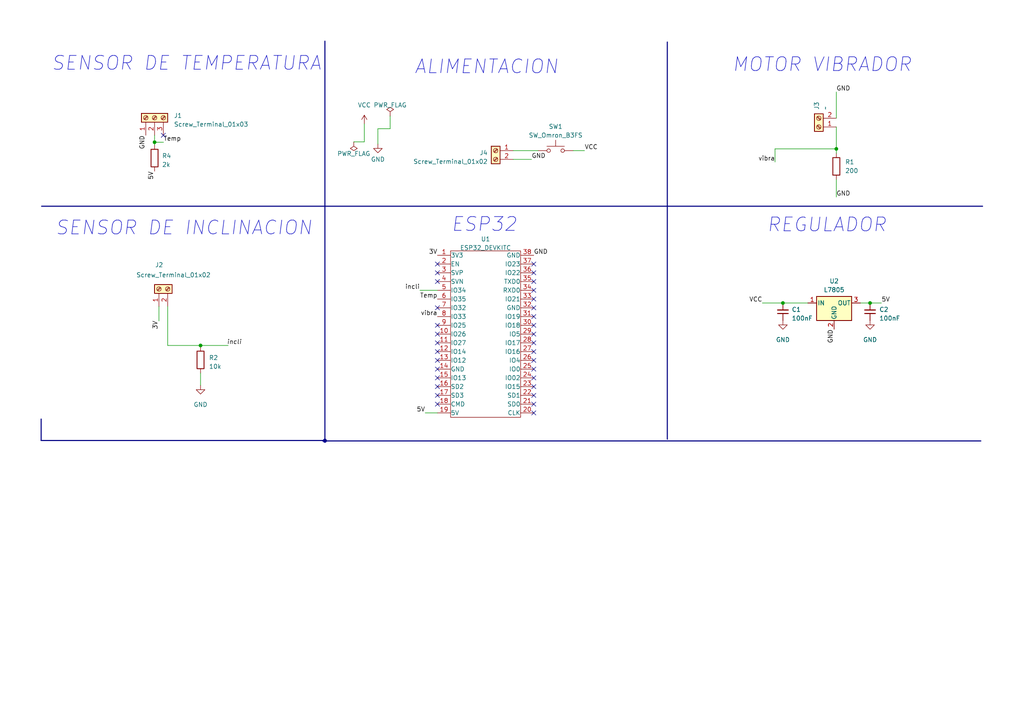
<source format=kicad_sch>
(kicad_sch (version 20230121) (generator eeschema)

  (uuid 60cc1d45-f688-4186-9d0f-0302dc551be5)

  (paper "A4")

  (lib_symbols
    (symbol "Connector:Screw_Terminal_01x02" (pin_names (offset 1.016) hide) (in_bom yes) (on_board yes)
      (property "Reference" "J" (at 0 2.54 0)
        (effects (font (size 1.27 1.27)))
      )
      (property "Value" "Screw_Terminal_01x02" (at 0 -5.08 0)
        (effects (font (size 1.27 1.27)))
      )
      (property "Footprint" "" (at 0 0 0)
        (effects (font (size 1.27 1.27)) hide)
      )
      (property "Datasheet" "~" (at 0 0 0)
        (effects (font (size 1.27 1.27)) hide)
      )
      (property "ki_keywords" "screw terminal" (at 0 0 0)
        (effects (font (size 1.27 1.27)) hide)
      )
      (property "ki_description" "Generic screw terminal, single row, 01x02, script generated (kicad-library-utils/schlib/autogen/connector/)" (at 0 0 0)
        (effects (font (size 1.27 1.27)) hide)
      )
      (property "ki_fp_filters" "TerminalBlock*:*" (at 0 0 0)
        (effects (font (size 1.27 1.27)) hide)
      )
      (symbol "Screw_Terminal_01x02_1_1"
        (rectangle (start -1.27 1.27) (end 1.27 -3.81)
          (stroke (width 0.254) (type default))
          (fill (type background))
        )
        (circle (center 0 -2.54) (radius 0.635)
          (stroke (width 0.1524) (type default))
          (fill (type none))
        )
        (polyline
          (pts
            (xy -0.5334 -2.2098)
            (xy 0.3302 -3.048)
          )
          (stroke (width 0.1524) (type default))
          (fill (type none))
        )
        (polyline
          (pts
            (xy -0.5334 0.3302)
            (xy 0.3302 -0.508)
          )
          (stroke (width 0.1524) (type default))
          (fill (type none))
        )
        (polyline
          (pts
            (xy -0.3556 -2.032)
            (xy 0.508 -2.8702)
          )
          (stroke (width 0.1524) (type default))
          (fill (type none))
        )
        (polyline
          (pts
            (xy -0.3556 0.508)
            (xy 0.508 -0.3302)
          )
          (stroke (width 0.1524) (type default))
          (fill (type none))
        )
        (circle (center 0 0) (radius 0.635)
          (stroke (width 0.1524) (type default))
          (fill (type none))
        )
        (pin passive line (at -5.08 0 0) (length 3.81)
          (name "Pin_1" (effects (font (size 1.27 1.27))))
          (number "1" (effects (font (size 1.27 1.27))))
        )
        (pin passive line (at -5.08 -2.54 0) (length 3.81)
          (name "Pin_2" (effects (font (size 1.27 1.27))))
          (number "2" (effects (font (size 1.27 1.27))))
        )
      )
    )
    (symbol "Connector:Screw_Terminal_01x03" (pin_names (offset 1.016) hide) (in_bom yes) (on_board yes)
      (property "Reference" "J" (at 0 5.08 0)
        (effects (font (size 1.27 1.27)))
      )
      (property "Value" "Screw_Terminal_01x03" (at 0 -5.08 0)
        (effects (font (size 1.27 1.27)))
      )
      (property "Footprint" "" (at 0 0 0)
        (effects (font (size 1.27 1.27)) hide)
      )
      (property "Datasheet" "~" (at 0 0 0)
        (effects (font (size 1.27 1.27)) hide)
      )
      (property "ki_keywords" "screw terminal" (at 0 0 0)
        (effects (font (size 1.27 1.27)) hide)
      )
      (property "ki_description" "Generic screw terminal, single row, 01x03, script generated (kicad-library-utils/schlib/autogen/connector/)" (at 0 0 0)
        (effects (font (size 1.27 1.27)) hide)
      )
      (property "ki_fp_filters" "TerminalBlock*:*" (at 0 0 0)
        (effects (font (size 1.27 1.27)) hide)
      )
      (symbol "Screw_Terminal_01x03_1_1"
        (rectangle (start -1.27 3.81) (end 1.27 -3.81)
          (stroke (width 0.254) (type default))
          (fill (type background))
        )
        (circle (center 0 -2.54) (radius 0.635)
          (stroke (width 0.1524) (type default))
          (fill (type none))
        )
        (polyline
          (pts
            (xy -0.5334 -2.2098)
            (xy 0.3302 -3.048)
          )
          (stroke (width 0.1524) (type default))
          (fill (type none))
        )
        (polyline
          (pts
            (xy -0.5334 0.3302)
            (xy 0.3302 -0.508)
          )
          (stroke (width 0.1524) (type default))
          (fill (type none))
        )
        (polyline
          (pts
            (xy -0.5334 2.8702)
            (xy 0.3302 2.032)
          )
          (stroke (width 0.1524) (type default))
          (fill (type none))
        )
        (polyline
          (pts
            (xy -0.3556 -2.032)
            (xy 0.508 -2.8702)
          )
          (stroke (width 0.1524) (type default))
          (fill (type none))
        )
        (polyline
          (pts
            (xy -0.3556 0.508)
            (xy 0.508 -0.3302)
          )
          (stroke (width 0.1524) (type default))
          (fill (type none))
        )
        (polyline
          (pts
            (xy -0.3556 3.048)
            (xy 0.508 2.2098)
          )
          (stroke (width 0.1524) (type default))
          (fill (type none))
        )
        (circle (center 0 0) (radius 0.635)
          (stroke (width 0.1524) (type default))
          (fill (type none))
        )
        (circle (center 0 2.54) (radius 0.635)
          (stroke (width 0.1524) (type default))
          (fill (type none))
        )
        (pin passive line (at -5.08 2.54 0) (length 3.81)
          (name "Pin_1" (effects (font (size 1.27 1.27))))
          (number "1" (effects (font (size 1.27 1.27))))
        )
        (pin passive line (at -5.08 0 0) (length 3.81)
          (name "Pin_2" (effects (font (size 1.27 1.27))))
          (number "2" (effects (font (size 1.27 1.27))))
        )
        (pin passive line (at -5.08 -2.54 0) (length 3.81)
          (name "Pin_3" (effects (font (size 1.27 1.27))))
          (number "3" (effects (font (size 1.27 1.27))))
        )
      )
    )
    (symbol "Device:C_Small" (pin_numbers hide) (pin_names (offset 0.254) hide) (in_bom yes) (on_board yes)
      (property "Reference" "C" (at 0.254 1.778 0)
        (effects (font (size 1.27 1.27)) (justify left))
      )
      (property "Value" "C_Small" (at 0.254 -2.032 0)
        (effects (font (size 1.27 1.27)) (justify left))
      )
      (property "Footprint" "" (at 0 0 0)
        (effects (font (size 1.27 1.27)) hide)
      )
      (property "Datasheet" "~" (at 0 0 0)
        (effects (font (size 1.27 1.27)) hide)
      )
      (property "ki_keywords" "capacitor cap" (at 0 0 0)
        (effects (font (size 1.27 1.27)) hide)
      )
      (property "ki_description" "Unpolarized capacitor, small symbol" (at 0 0 0)
        (effects (font (size 1.27 1.27)) hide)
      )
      (property "ki_fp_filters" "C_*" (at 0 0 0)
        (effects (font (size 1.27 1.27)) hide)
      )
      (symbol "C_Small_0_1"
        (polyline
          (pts
            (xy -1.524 -0.508)
            (xy 1.524 -0.508)
          )
          (stroke (width 0.3302) (type default))
          (fill (type none))
        )
        (polyline
          (pts
            (xy -1.524 0.508)
            (xy 1.524 0.508)
          )
          (stroke (width 0.3048) (type default))
          (fill (type none))
        )
      )
      (symbol "C_Small_1_1"
        (pin passive line (at 0 2.54 270) (length 2.032)
          (name "~" (effects (font (size 1.27 1.27))))
          (number "1" (effects (font (size 1.27 1.27))))
        )
        (pin passive line (at 0 -2.54 90) (length 2.032)
          (name "~" (effects (font (size 1.27 1.27))))
          (number "2" (effects (font (size 1.27 1.27))))
        )
      )
    )
    (symbol "Device:R" (pin_numbers hide) (pin_names (offset 0)) (in_bom yes) (on_board yes)
      (property "Reference" "R" (at 2.032 0 90)
        (effects (font (size 1.27 1.27)))
      )
      (property "Value" "R" (at 0 0 90)
        (effects (font (size 1.27 1.27)))
      )
      (property "Footprint" "" (at -1.778 0 90)
        (effects (font (size 1.27 1.27)) hide)
      )
      (property "Datasheet" "~" (at 0 0 0)
        (effects (font (size 1.27 1.27)) hide)
      )
      (property "ki_keywords" "R res resistor" (at 0 0 0)
        (effects (font (size 1.27 1.27)) hide)
      )
      (property "ki_description" "Resistor" (at 0 0 0)
        (effects (font (size 1.27 1.27)) hide)
      )
      (property "ki_fp_filters" "R_*" (at 0 0 0)
        (effects (font (size 1.27 1.27)) hide)
      )
      (symbol "R_0_1"
        (rectangle (start -1.016 -2.54) (end 1.016 2.54)
          (stroke (width 0.254) (type default))
          (fill (type none))
        )
      )
      (symbol "R_1_1"
        (pin passive line (at 0 3.81 270) (length 1.27)
          (name "~" (effects (font (size 1.27 1.27))))
          (number "1" (effects (font (size 1.27 1.27))))
        )
        (pin passive line (at 0 -3.81 90) (length 1.27)
          (name "~" (effects (font (size 1.27 1.27))))
          (number "2" (effects (font (size 1.27 1.27))))
        )
      )
    )
    (symbol "EESTN5:ESP32_DEVKITC" (pin_names (offset 0.0254)) (in_bom yes) (on_board yes)
      (property "Reference" "U" (at 0 25.4 0)
        (effects (font (size 1.27 1.27)))
      )
      (property "Value" "ESP32_DEVKITC" (at 0 -25.4 0)
        (effects (font (size 1.27 1.27)))
      )
      (property "Footprint" "" (at -7.62 -25.4 0)
        (effects (font (size 1.27 1.27)) hide)
      )
      (property "Datasheet" "" (at -7.62 -25.4 0)
        (effects (font (size 1.27 1.27)) hide)
      )
      (property "ki_description" "ESP32-DEVKITC" (at 0 0 0)
        (effects (font (size 1.27 1.27)) hide)
      )
      (property "ki_fp_filters" "ESP32*" (at 0 0 0)
        (effects (font (size 1.27 1.27)) hide)
      )
      (symbol "ESP32_DEVKITC_0_1"
        (rectangle (start -10.16 24.13) (end 10.16 -24.13)
          (stroke (width 0) (type default))
          (fill (type none))
        )
      )
      (symbol "ESP32_DEVKITC_1_1"
        (pin passive line (at -13.97 22.86 0) (length 3.81)
          (name "3V3" (effects (font (size 1.27 1.27))))
          (number "1" (effects (font (size 1.27 1.27))))
        )
        (pin passive line (at -13.97 0 0) (length 3.81)
          (name "IO26" (effects (font (size 1.27 1.27))))
          (number "10" (effects (font (size 1.27 1.27))))
        )
        (pin passive line (at -13.97 -2.54 0) (length 3.81)
          (name "IO27" (effects (font (size 1.27 1.27))))
          (number "11" (effects (font (size 1.27 1.27))))
        )
        (pin passive line (at -13.97 -5.08 0) (length 3.81)
          (name "IO14" (effects (font (size 1.27 1.27))))
          (number "12" (effects (font (size 1.27 1.27))))
        )
        (pin passive line (at -13.97 -7.62 0) (length 3.81)
          (name "IO12" (effects (font (size 1.27 1.27))))
          (number "13" (effects (font (size 1.27 1.27))))
        )
        (pin passive line (at -13.97 -10.16 0) (length 3.81)
          (name "GND" (effects (font (size 1.27 1.27))))
          (number "14" (effects (font (size 1.27 1.27))))
        )
        (pin passive line (at -13.97 -12.7 0) (length 3.81)
          (name "IO13" (effects (font (size 1.27 1.27))))
          (number "15" (effects (font (size 1.27 1.27))))
        )
        (pin passive line (at -13.97 -15.24 0) (length 3.81)
          (name "SD2" (effects (font (size 1.27 1.27))))
          (number "16" (effects (font (size 1.27 1.27))))
        )
        (pin passive line (at -13.97 -17.78 0) (length 3.81)
          (name "SD3" (effects (font (size 1.27 1.27))))
          (number "17" (effects (font (size 1.27 1.27))))
        )
        (pin passive line (at -13.97 -20.32 0) (length 3.81)
          (name "CMD" (effects (font (size 1.27 1.27))))
          (number "18" (effects (font (size 1.27 1.27))))
        )
        (pin passive line (at -13.97 -22.86 0) (length 3.81)
          (name "5V" (effects (font (size 1.27 1.27))))
          (number "19" (effects (font (size 1.27 1.27))))
        )
        (pin passive line (at -13.97 20.32 0) (length 3.81)
          (name "EN" (effects (font (size 1.27 1.27))))
          (number "2" (effects (font (size 1.27 1.27))))
        )
        (pin passive line (at 13.97 -22.86 180) (length 3.81)
          (name "CLK" (effects (font (size 1.27 1.27))))
          (number "20" (effects (font (size 1.27 1.27))))
        )
        (pin passive line (at 13.97 -20.32 180) (length 3.81)
          (name "SD0" (effects (font (size 1.27 1.27))))
          (number "21" (effects (font (size 1.27 1.27))))
        )
        (pin passive line (at 13.97 -17.78 180) (length 3.81)
          (name "SD1" (effects (font (size 1.27 1.27))))
          (number "22" (effects (font (size 1.27 1.27))))
        )
        (pin passive line (at 13.97 -15.24 180) (length 3.81)
          (name "IO15" (effects (font (size 1.27 1.27))))
          (number "23" (effects (font (size 1.27 1.27))))
        )
        (pin passive line (at 13.97 -12.7 180) (length 3.81)
          (name "IO02" (effects (font (size 1.27 1.27))))
          (number "24" (effects (font (size 1.27 1.27))))
        )
        (pin passive line (at 13.97 -10.16 180) (length 3.81)
          (name "IO0" (effects (font (size 1.27 1.27))))
          (number "25" (effects (font (size 1.27 1.27))))
        )
        (pin passive line (at 13.97 -7.62 180) (length 3.81)
          (name "IO4" (effects (font (size 1.27 1.27))))
          (number "26" (effects (font (size 1.27 1.27))))
        )
        (pin passive line (at 13.97 -5.08 180) (length 3.81)
          (name "IO16" (effects (font (size 1.27 1.27))))
          (number "27" (effects (font (size 1.27 1.27))))
        )
        (pin passive line (at 13.97 -2.54 180) (length 3.81)
          (name "IO17" (effects (font (size 1.27 1.27))))
          (number "28" (effects (font (size 1.27 1.27))))
        )
        (pin passive line (at 13.97 0 180) (length 3.81)
          (name "IO5" (effects (font (size 1.27 1.27))))
          (number "29" (effects (font (size 1.27 1.27))))
        )
        (pin passive line (at -13.97 17.78 0) (length 3.81)
          (name "SVP" (effects (font (size 1.27 1.27))))
          (number "3" (effects (font (size 1.27 1.27))))
        )
        (pin passive line (at 13.97 2.54 180) (length 3.81)
          (name "IO18" (effects (font (size 1.27 1.27))))
          (number "30" (effects (font (size 1.27 1.27))))
        )
        (pin passive line (at 13.97 5.08 180) (length 3.81)
          (name "IO19" (effects (font (size 1.27 1.27))))
          (number "31" (effects (font (size 1.27 1.27))))
        )
        (pin passive line (at 13.97 7.62 180) (length 3.81)
          (name "GND" (effects (font (size 1.27 1.27))))
          (number "32" (effects (font (size 1.27 1.27))))
        )
        (pin passive line (at 13.97 10.16 180) (length 3.81)
          (name "IO21" (effects (font (size 1.27 1.27))))
          (number "33" (effects (font (size 1.27 1.27))))
        )
        (pin passive line (at 13.97 12.7 180) (length 3.81)
          (name "RXD0" (effects (font (size 1.27 1.27))))
          (number "34" (effects (font (size 1.27 1.27))))
        )
        (pin passive line (at 13.97 15.24 180) (length 3.81)
          (name "TXD0" (effects (font (size 1.27 1.27))))
          (number "35" (effects (font (size 1.27 1.27))))
        )
        (pin passive line (at 13.97 17.78 180) (length 3.81)
          (name "IO22" (effects (font (size 1.27 1.27))))
          (number "36" (effects (font (size 1.27 1.27))))
        )
        (pin passive line (at 13.97 20.32 180) (length 3.81)
          (name "IO23" (effects (font (size 1.27 1.27))))
          (number "37" (effects (font (size 1.27 1.27))))
        )
        (pin passive line (at 13.97 22.86 180) (length 3.81)
          (name "GND" (effects (font (size 1.27 1.27))))
          (number "38" (effects (font (size 1.27 1.27))))
        )
        (pin passive line (at -13.97 15.24 0) (length 3.81)
          (name "SVN" (effects (font (size 1.27 1.27))))
          (number "4" (effects (font (size 1.27 1.27))))
        )
        (pin passive line (at -13.97 12.7 0) (length 3.81)
          (name "IO34" (effects (font (size 1.27 1.27))))
          (number "5" (effects (font (size 1.27 1.27))))
        )
        (pin passive line (at -13.97 10.16 0) (length 3.81)
          (name "IO35" (effects (font (size 1.27 1.27))))
          (number "6" (effects (font (size 1.27 1.27))))
        )
        (pin passive line (at -13.97 7.62 0) (length 3.81)
          (name "IO32" (effects (font (size 1.27 1.27))))
          (number "7" (effects (font (size 1.27 1.27))))
        )
        (pin passive line (at -13.97 5.08 0) (length 3.81)
          (name "IO33" (effects (font (size 1.27 1.27))))
          (number "8" (effects (font (size 1.27 1.27))))
        )
        (pin passive line (at -13.97 2.54 0) (length 3.81)
          (name "IO25" (effects (font (size 1.27 1.27))))
          (number "9" (effects (font (size 1.27 1.27))))
        )
      )
    )
    (symbol "Regulator_Linear:L7805" (pin_names (offset 0.254)) (in_bom yes) (on_board yes)
      (property "Reference" "U" (at -3.81 3.175 0)
        (effects (font (size 1.27 1.27)))
      )
      (property "Value" "L7805" (at 0 3.175 0)
        (effects (font (size 1.27 1.27)) (justify left))
      )
      (property "Footprint" "" (at 0.635 -3.81 0)
        (effects (font (size 1.27 1.27) italic) (justify left) hide)
      )
      (property "Datasheet" "http://www.st.com/content/ccc/resource/technical/document/datasheet/41/4f/b3/b0/12/d4/47/88/CD00000444.pdf/files/CD00000444.pdf/jcr:content/translations/en.CD00000444.pdf" (at 0 -1.27 0)
        (effects (font (size 1.27 1.27)) hide)
      )
      (property "ki_keywords" "Voltage Regulator 1.5A Positive" (at 0 0 0)
        (effects (font (size 1.27 1.27)) hide)
      )
      (property "ki_description" "Positive 1.5A 35V Linear Regulator, Fixed Output 5V, TO-220/TO-263/TO-252" (at 0 0 0)
        (effects (font (size 1.27 1.27)) hide)
      )
      (property "ki_fp_filters" "TO?252* TO?263* TO?220*" (at 0 0 0)
        (effects (font (size 1.27 1.27)) hide)
      )
      (symbol "L7805_0_1"
        (rectangle (start -5.08 1.905) (end 5.08 -5.08)
          (stroke (width 0.254) (type default))
          (fill (type background))
        )
      )
      (symbol "L7805_1_1"
        (pin power_in line (at -7.62 0 0) (length 2.54)
          (name "IN" (effects (font (size 1.27 1.27))))
          (number "1" (effects (font (size 1.27 1.27))))
        )
        (pin power_in line (at 0 -7.62 90) (length 2.54)
          (name "GND" (effects (font (size 1.27 1.27))))
          (number "2" (effects (font (size 1.27 1.27))))
        )
        (pin power_out line (at 7.62 0 180) (length 2.54)
          (name "OUT" (effects (font (size 1.27 1.27))))
          (number "3" (effects (font (size 1.27 1.27))))
        )
      )
    )
    (symbol "Switch:SW_Omron_B3FS" (pin_numbers hide) (pin_names (offset 1.016) hide) (in_bom yes) (on_board yes)
      (property "Reference" "SW" (at 1.27 2.54 0)
        (effects (font (size 1.27 1.27)) (justify left))
      )
      (property "Value" "SW_Omron_B3FS" (at 0 -1.524 0)
        (effects (font (size 1.27 1.27)))
      )
      (property "Footprint" "" (at 0 5.08 0)
        (effects (font (size 1.27 1.27)) hide)
      )
      (property "Datasheet" "https://omronfs.omron.com/en_US/ecb/products/pdf/en-b3fs.pdf" (at 0 5.08 0)
        (effects (font (size 1.27 1.27)) hide)
      )
      (property "ki_keywords" "switch normally-open pushbutton push-button" (at 0 0 0)
        (effects (font (size 1.27 1.27)) hide)
      )
      (property "ki_description" "Omron B3FS 6x6mm single pole normally-open tactile switch" (at 0 0 0)
        (effects (font (size 1.27 1.27)) hide)
      )
      (property "ki_fp_filters" "SW*Omron*B3FS*" (at 0 0 0)
        (effects (font (size 1.27 1.27)) hide)
      )
      (symbol "SW_Omron_B3FS_0_1"
        (circle (center -2.032 0) (radius 0.508)
          (stroke (width 0) (type default))
          (fill (type none))
        )
        (polyline
          (pts
            (xy 0 1.27)
            (xy 0 3.048)
          )
          (stroke (width 0) (type default))
          (fill (type none))
        )
        (polyline
          (pts
            (xy 2.54 1.27)
            (xy -2.54 1.27)
          )
          (stroke (width 0) (type default))
          (fill (type none))
        )
        (circle (center 2.032 0) (radius 0.508)
          (stroke (width 0) (type default))
          (fill (type none))
        )
        (pin passive line (at -5.08 0 0) (length 2.54)
          (name "1" (effects (font (size 1.27 1.27))))
          (number "1" (effects (font (size 1.27 1.27))))
        )
        (pin passive line (at 5.08 0 180) (length 2.54)
          (name "2" (effects (font (size 1.27 1.27))))
          (number "2" (effects (font (size 1.27 1.27))))
        )
      )
    )
    (symbol "power:GND" (power) (pin_names (offset 0)) (in_bom yes) (on_board yes)
      (property "Reference" "#PWR" (at 0 -6.35 0)
        (effects (font (size 1.27 1.27)) hide)
      )
      (property "Value" "GND" (at 0 -3.81 0)
        (effects (font (size 1.27 1.27)))
      )
      (property "Footprint" "" (at 0 0 0)
        (effects (font (size 1.27 1.27)) hide)
      )
      (property "Datasheet" "" (at 0 0 0)
        (effects (font (size 1.27 1.27)) hide)
      )
      (property "ki_keywords" "global power" (at 0 0 0)
        (effects (font (size 1.27 1.27)) hide)
      )
      (property "ki_description" "Power symbol creates a global label with name \"GND\" , ground" (at 0 0 0)
        (effects (font (size 1.27 1.27)) hide)
      )
      (symbol "GND_0_1"
        (polyline
          (pts
            (xy 0 0)
            (xy 0 -1.27)
            (xy 1.27 -1.27)
            (xy 0 -2.54)
            (xy -1.27 -1.27)
            (xy 0 -1.27)
          )
          (stroke (width 0) (type default))
          (fill (type none))
        )
      )
      (symbol "GND_1_1"
        (pin power_in line (at 0 0 270) (length 0) hide
          (name "GND" (effects (font (size 1.27 1.27))))
          (number "1" (effects (font (size 1.27 1.27))))
        )
      )
    )
    (symbol "power:PWR_FLAG" (power) (pin_numbers hide) (pin_names (offset 0) hide) (in_bom yes) (on_board yes)
      (property "Reference" "#FLG" (at 0 1.905 0)
        (effects (font (size 1.27 1.27)) hide)
      )
      (property "Value" "PWR_FLAG" (at 0 3.81 0)
        (effects (font (size 1.27 1.27)))
      )
      (property "Footprint" "" (at 0 0 0)
        (effects (font (size 1.27 1.27)) hide)
      )
      (property "Datasheet" "~" (at 0 0 0)
        (effects (font (size 1.27 1.27)) hide)
      )
      (property "ki_keywords" "flag power" (at 0 0 0)
        (effects (font (size 1.27 1.27)) hide)
      )
      (property "ki_description" "Special symbol for telling ERC where power comes from" (at 0 0 0)
        (effects (font (size 1.27 1.27)) hide)
      )
      (symbol "PWR_FLAG_0_0"
        (pin power_out line (at 0 0 90) (length 0)
          (name "pwr" (effects (font (size 1.27 1.27))))
          (number "1" (effects (font (size 1.27 1.27))))
        )
      )
      (symbol "PWR_FLAG_0_1"
        (polyline
          (pts
            (xy 0 0)
            (xy 0 1.27)
            (xy -1.016 1.905)
            (xy 0 2.54)
            (xy 1.016 1.905)
            (xy 0 1.27)
          )
          (stroke (width 0) (type default))
          (fill (type none))
        )
      )
    )
    (symbol "power:VCC" (power) (pin_names (offset 0)) (in_bom yes) (on_board yes)
      (property "Reference" "#PWR" (at 0 -3.81 0)
        (effects (font (size 1.27 1.27)) hide)
      )
      (property "Value" "VCC" (at 0 3.81 0)
        (effects (font (size 1.27 1.27)))
      )
      (property "Footprint" "" (at 0 0 0)
        (effects (font (size 1.27 1.27)) hide)
      )
      (property "Datasheet" "" (at 0 0 0)
        (effects (font (size 1.27 1.27)) hide)
      )
      (property "ki_keywords" "global power" (at 0 0 0)
        (effects (font (size 1.27 1.27)) hide)
      )
      (property "ki_description" "Power symbol creates a global label with name \"VCC\"" (at 0 0 0)
        (effects (font (size 1.27 1.27)) hide)
      )
      (symbol "VCC_0_1"
        (polyline
          (pts
            (xy -0.762 1.27)
            (xy 0 2.54)
          )
          (stroke (width 0) (type default))
          (fill (type none))
        )
        (polyline
          (pts
            (xy 0 0)
            (xy 0 2.54)
          )
          (stroke (width 0) (type default))
          (fill (type none))
        )
        (polyline
          (pts
            (xy 0 2.54)
            (xy 0.762 1.27)
          )
          (stroke (width 0) (type default))
          (fill (type none))
        )
      )
      (symbol "VCC_1_1"
        (pin power_in line (at 0 0 90) (length 0) hide
          (name "VCC" (effects (font (size 1.27 1.27))))
          (number "1" (effects (font (size 1.27 1.27))))
        )
      )
    )
  )

  (junction (at 227.076 87.884) (diameter 0) (color 0 0 0 0)
    (uuid 11b703f6-7c8b-4cb8-ab31-bfd639e8005a)
  )
  (junction (at 94.234 127.762) (diameter 0) (color 0 0 0 0)
    (uuid 32076c12-d84f-4d5c-8fab-7b680b592bdd)
  )
  (junction (at 252.349 87.884) (diameter 0) (color 0 0 0 0)
    (uuid 327ddd5a-371a-41b5-986a-a8be7a976fcc)
  )
  (junction (at 242.57 43.18) (diameter 0) (color 0 0 0 0)
    (uuid 697beb51-1db5-43fa-ad4e-e7744b05cfb9)
  )
  (junction (at 58.166 100.203) (diameter 0) (color 0 0 0 0)
    (uuid 8c939b5d-6210-4b81-b5e6-1baa3565426c)
  )
  (junction (at 94.234 127.889) (diameter 0) (color 0 0 0 0)
    (uuid ac3f9ce2-b146-4f42-8f48-fb5e85cdbf77)
  )
  (junction (at 44.831 41.2496) (diameter 0) (color 0 0 0 0)
    (uuid c4c43fb0-fa5d-4048-824f-ac80070a4b2d)
  )

  (no_connect (at 126.873 99.441) (uuid 01ab222e-8bf0-452a-b9a4-50e9a17230ad))
  (no_connect (at 126.873 89.281) (uuid 0e9fe737-3784-42ba-aa80-2f5df35405cf))
  (no_connect (at 154.813 109.601) (uuid 140d37f3-a68a-4d17-871a-a378a688271c))
  (no_connect (at 154.813 84.201) (uuid 203d89f1-6a74-4a9a-9d98-726d9d291cb1))
  (no_connect (at 126.873 81.661) (uuid 2680b0ce-15e6-44b3-9e1a-4910f1123419))
  (no_connect (at 126.873 101.981) (uuid 2b2aeea2-ef1c-4ecf-b854-9e88b6836241))
  (no_connect (at 126.873 114.681) (uuid 2e6b3d8f-c77f-4740-9054-12a8ebc2b2ce))
  (no_connect (at 47.371 39.243) (uuid 3639118b-c563-4c74-9f8b-11a443d7c497))
  (no_connect (at 154.813 119.761) (uuid 39232d78-6cc1-4877-905a-5aec8e0fbd82))
  (no_connect (at 154.813 96.901) (uuid 40d940a9-5232-47f4-b532-9903698d203f))
  (no_connect (at 154.813 114.681) (uuid 463374b8-9d19-46ab-b1de-dfbe1b2b0571))
  (no_connect (at 154.813 76.581) (uuid 4d115c54-1c54-4659-94eb-44a309802e20))
  (no_connect (at 126.873 107.061) (uuid 5205003f-d9ea-4a96-96ee-4c5b3015bda4))
  (no_connect (at 126.873 96.901) (uuid 53d9bea1-a4c0-49d7-8d27-46b24e8a71d3))
  (no_connect (at 126.873 109.601) (uuid 62f7e055-38c6-4ee3-afb9-904968564fa3))
  (no_connect (at 154.813 81.661) (uuid 6566a2d7-4d53-4d4c-9642-e20a90275cb8))
  (no_connect (at 154.813 99.441) (uuid 6ed6a29b-ffa4-4dd2-8e6e-83f285389b53))
  (no_connect (at 126.873 104.521) (uuid 6f8d183a-21b3-4dd5-a84a-d793af427613))
  (no_connect (at 154.813 86.741) (uuid 8b7faa93-d01a-4964-b03f-583bf354718b))
  (no_connect (at 126.873 76.581) (uuid 8ebb1723-dde9-4a9e-b1c0-246d35d06e51))
  (no_connect (at 154.813 94.361) (uuid 98a44ba0-6f41-4f4e-b217-ec681b8d96c6))
  (no_connect (at 154.813 101.981) (uuid 9d2b0d2d-9345-46b5-b997-7d218e84411b))
  (no_connect (at 154.813 104.521) (uuid 9f39def5-9b78-4e37-824f-78bec72a0ec6))
  (no_connect (at 154.813 89.281) (uuid 9f90dc73-63e3-43d3-b1ba-1c13348ef735))
  (no_connect (at 154.813 117.221) (uuid aac1b1c9-0f73-4dcc-bd25-36f403dbdfa7))
  (no_connect (at 154.813 112.141) (uuid ab8acf98-d247-476f-8735-b3c8ca00b3d7))
  (no_connect (at 154.813 107.061) (uuid b784bc1c-4e5f-4caa-b9ab-f60ec16b84e9))
  (no_connect (at 126.873 117.221) (uuid bc05eb8e-925c-429a-8701-392a9e2fc99f))
  (no_connect (at 126.873 79.121) (uuid bfe6b7f4-59d4-46f4-a4a5-9a0542910979))
  (no_connect (at 154.813 79.121) (uuid d9d4f548-d132-421f-847e-421ece64e56a))
  (no_connect (at 126.873 112.141) (uuid eaabaddc-a9a9-48ac-901b-1cba60dd5069))
  (no_connect (at 154.813 91.821) (uuid ebaf793f-f1f3-4081-b1f2-c80fa2293395))
  (no_connect (at 126.873 94.361) (uuid ffb33410-252e-48cb-aeec-ee2e85e87636))

  (wire (pts (xy 109.601 41.783) (xy 109.601 37.338))
    (stroke (width 0) (type default))
    (uuid 06c9b750-43cf-4c5b-91b7-a266226b8257)
  )
  (wire (pts (xy 48.641 100.203) (xy 58.166 100.203))
    (stroke (width 0) (type default))
    (uuid 0d14d6f4-483c-4f9b-a3f9-0260377ce09a)
  )
  (wire (pts (xy 148.844 43.688) (xy 156.083 43.688))
    (stroke (width 0) (type default))
    (uuid 13c31c41-01a9-460b-be18-cd5643896559)
  )
  (wire (pts (xy 224.79 43.18) (xy 224.79 46.99))
    (stroke (width 0) (type default))
    (uuid 2465521a-7c8c-4499-bc11-08612dd9571b)
  )
  (bus (pts (xy 94.234 127.889) (xy 94.234 127.762))
    (stroke (width 0) (type default))
    (uuid 2578d9f2-53b0-43c1-9a49-daeece18a29f)
  )

  (wire (pts (xy 227.076 87.884) (xy 234.315 87.884))
    (stroke (width 0) (type default))
    (uuid 2ad6078e-9413-4e77-b2bc-5d2006585add)
  )
  (wire (pts (xy 109.601 37.338) (xy 113.157 37.338))
    (stroke (width 0) (type default))
    (uuid 310b2088-9a2f-4d6b-bf78-d52eecc41587)
  )
  (wire (pts (xy 242.57 52.07) (xy 242.57 57.15))
    (stroke (width 0) (type default))
    (uuid 310e1f6b-b295-4e51-90fc-5aba1890fb23)
  )
  (wire (pts (xy 44.831 39.243) (xy 44.831 41.2496))
    (stroke (width 0) (type default))
    (uuid 32844eb4-1ca0-4daa-9cba-8ec85e9257c9)
  )
  (wire (pts (xy 224.79 43.18) (xy 242.57 43.18))
    (stroke (width 0) (type default))
    (uuid 32df717b-32a2-4df6-8cf7-119649fd6fc1)
  )
  (wire (pts (xy 58.166 100.203) (xy 58.166 100.584))
    (stroke (width 0) (type default))
    (uuid 3a629f07-82e4-42fa-8378-6f905baa9691)
  )
  (wire (pts (xy 242.57 26.67) (xy 242.57 34.29))
    (stroke (width 0) (type default))
    (uuid 3d125b41-2b31-4ccf-b071-2ccafc7f4268)
  )
  (wire (pts (xy 148.844 46.228) (xy 154.178 46.228))
    (stroke (width 0) (type default))
    (uuid 3d43eb39-feab-49b5-887c-f3cbec7819b5)
  )
  (wire (pts (xy 242.57 44.45) (xy 242.57 43.18))
    (stroke (width 0) (type default))
    (uuid 405c49ba-2b0f-4c46-b290-47bcb8ac9123)
  )
  (wire (pts (xy 221.107 87.884) (xy 227.076 87.884))
    (stroke (width 0) (type default))
    (uuid 427e1eba-0eb4-4056-aa47-9bd15b063013)
  )
  (bus (pts (xy 11.938 127.762) (xy 94.234 127.762))
    (stroke (width 0) (type default))
    (uuid 431421a8-bf96-4bc7-9f6f-799b68bcccf5)
  )
  (bus (pts (xy 11.938 121.539) (xy 11.938 127.762))
    (stroke (width 0) (type default))
    (uuid 4ba593c0-296d-478c-b98d-352f705c1a4e)
  )

  (wire (pts (xy 58.166 100.203) (xy 66.167 100.203))
    (stroke (width 0) (type default))
    (uuid 52f750de-565a-46c4-814f-8d2d86146f6c)
  )
  (wire (pts (xy 44.831 41.2496) (xy 44.831 42.037))
    (stroke (width 0) (type default))
    (uuid 5a022e86-d8d7-4eb2-8215-333fc844b33e)
  )
  (wire (pts (xy 105.664 41.148) (xy 105.664 35.941))
    (stroke (width 0) (type default))
    (uuid 64dd7733-7dbd-4db6-a37b-4df4e50330b7)
  )
  (wire (pts (xy 252.349 87.884) (xy 255.651 87.884))
    (stroke (width 0) (type default))
    (uuid 7ef8ad22-e6da-4a0a-9021-9f8cc530f456)
  )
  (wire (pts (xy 242.57 36.83) (xy 242.57 43.18))
    (stroke (width 0) (type default))
    (uuid 879092bb-ee0a-4ddf-806c-36e2836cada0)
  )
  (wire (pts (xy 113.157 37.338) (xy 113.157 33.655))
    (stroke (width 0) (type default))
    (uuid 87b0a706-6252-488b-8b77-a3541efffb38)
  )
  (wire (pts (xy 58.166 108.204) (xy 58.166 111.76))
    (stroke (width 0) (type default))
    (uuid 954af981-22c0-4b7f-a897-90706ca4d8c4)
  )
  (wire (pts (xy 102.616 41.148) (xy 105.664 41.148))
    (stroke (width 0) (type default))
    (uuid 9c446179-f8e8-412d-a993-e491f3fd7942)
  )
  (wire (pts (xy 252.349 87.884) (xy 249.555 87.884))
    (stroke (width 0) (type default))
    (uuid c6f5fd11-3b7c-4955-92de-1b41a3f1aa3f)
  )
  (bus (pts (xy 93.599 127.889) (xy 94.234 127.889))
    (stroke (width 0) (type default))
    (uuid cfcbd900-8b95-4eed-994c-fb711e324630)
  )
  (bus (pts (xy 94.234 11.938) (xy 94.234 127.762))
    (stroke (width 0) (type default))
    (uuid d1db1667-4e1b-4436-8216-de09010570ed)
  )

  (wire (pts (xy 46.101 88.9) (xy 46.101 93.091))
    (stroke (width 0) (type default))
    (uuid d8bd8a6e-89c6-4859-b473-16d438ab460f)
  )
  (wire (pts (xy 121.793 84.201) (xy 126.873 84.201))
    (stroke (width 0) (type default))
    (uuid dbad2d3a-0798-4436-a8da-cb0a213a1cb5)
  )
  (bus (pts (xy 193.548 12.192) (xy 193.548 127.381))
    (stroke (width 0) (type default))
    (uuid dbdbf9bf-8e38-419e-9e4a-7684298f5dd4)
  )

  (wire (pts (xy 123.317 119.761) (xy 126.873 119.761))
    (stroke (width 0) (type default))
    (uuid dca81392-5dde-4410-b63e-5011d9b664fa)
  )
  (wire (pts (xy 48.641 88.9) (xy 48.641 100.203))
    (stroke (width 0) (type default))
    (uuid eadb0730-5146-4a09-8940-4fb7dfa010cb)
  )
  (bus (pts (xy 94.234 127.889) (xy 284.48 127.889))
    (stroke (width 0) (type default))
    (uuid f353b83d-58bc-4be9-8ed5-81602f6eb036)
  )
  (bus (pts (xy 12.065 59.817) (xy 284.988 59.817))
    (stroke (width 0) (type default))
    (uuid f764a2c5-b122-4d81-beae-63ad3cb894a3)
  )

  (wire (pts (xy 166.243 43.688) (xy 169.545 43.688))
    (stroke (width 0) (type default))
    (uuid f7d069c6-cc33-4a7e-aa4a-9fd635c76e7c)
  )
  (wire (pts (xy 44.831 41.2496) (xy 47.4218 41.2496))
    (stroke (width 0) (type default))
    (uuid f9c45824-d096-4e60-b851-1c502922b211)
  )

  (text "MOTOR VIBRADOR" (at 212.344 21.209 0)
    (effects (font (size 4 4) italic) (justify left bottom))
    (uuid 2fce682c-c3fc-472f-8776-cdcb7a7385f6)
  )
  (text "ALIMENTACION" (at 120.142 21.844 0)
    (effects (font (size 4 4) italic) (justify left bottom))
    (uuid 309f1c00-f2d8-4d29-9f37-0ea0bc3f897a)
  )
  (text "SENSOR DE INCLINACION" (at 16.002 68.58 0)
    (effects (font (size 4 4) italic) (justify left bottom))
    (uuid 89cd5832-640e-4a53-923d-dc895cf8b05a)
  )
  (text "SENSOR DE TEMPERATURA\n" (at 14.859 20.828 0)
    (effects (font (size 4 4) italic) (justify left bottom))
    (uuid a7f17cbf-5a22-4bcd-99b0-dd59ba223f17)
  )
  (text "ESP32\n" (at 130.81 67.564 0)
    (effects (font (size 4 4) italic) (justify left bottom))
    (uuid b8a8e59d-81b7-4550-9028-5140871227b2)
  )
  (text "REGULADOR" (at 222.377 67.691 0)
    (effects (font (size 4 4) italic) (justify left bottom))
    (uuid f97b4d9d-42e2-4500-a69b-71a6f8813bb5)
  )

  (label "GND" (at 154.813 74.041 0) (fields_autoplaced)
    (effects (font (size 1.27 1.27)) (justify left bottom))
    (uuid 1549eb74-8e73-486c-aa8b-d5daacb16317)
  )
  (label "VCC" (at 169.545 43.688 0) (fields_autoplaced)
    (effects (font (size 1.27 1.27)) (justify left bottom))
    (uuid 2fe5b20b-47d4-4e1e-9381-aad18aff43ff)
  )
  (label "GND" (at 154.178 46.228 0) (fields_autoplaced)
    (effects (font (size 1.27 1.27)) (justify left bottom))
    (uuid 496eaf9b-2f03-4235-a266-3c22218c792a)
  )
  (label "Temp" (at 126.873 86.741 180) (fields_autoplaced)
    (effects (font (size 1.27 1.27)) (justify right bottom))
    (uuid 50389c34-507f-45a3-acee-c59715aa2afe)
  )
  (label "GND" (at 242.57 57.15 0) (fields_autoplaced)
    (effects (font (size 1.27 1.27)) (justify left bottom))
    (uuid 51090970-16a1-481f-807e-3b481d67d4a4)
  )
  (label "3V" (at 126.873 74.041 180) (fields_autoplaced)
    (effects (font (size 1.27 1.27)) (justify right bottom))
    (uuid 53f95591-e5fa-4a78-a8d7-809297ebd426)
  )
  (label "3V" (at 46.101 93.091 270) (fields_autoplaced)
    (effects (font (size 1.27 1.27) italic) (justify right bottom))
    (uuid 60196a8b-c554-4d7c-9803-913d1822901f)
  )
  (label "GND" (at 42.291 39.243 270) (fields_autoplaced)
    (effects (font (size 1.27 1.27)) (justify right bottom))
    (uuid 898062d0-b901-44df-aa6f-0d025e80964f)
  )
  (label "incli" (at 121.793 84.201 180) (fields_autoplaced)
    (effects (font (size 1.27 1.27)) (justify right bottom))
    (uuid 9774f2e1-9aad-4e4a-826b-1acabfa89249)
  )
  (label "Temp" (at 47.4218 41.2496 0) (fields_autoplaced)
    (effects (font (size 1.27 1.27)) (justify left bottom))
    (uuid 9d28d468-6fe2-4e42-88d3-52dba4121ecc)
  )
  (label "VCC" (at 221.107 87.884 180) (fields_autoplaced)
    (effects (font (size 1.27 1.27)) (justify right bottom))
    (uuid 9f1475cb-8cdf-4f20-8bcb-4c2241eab24a)
  )
  (label "5V" (at 44.831 49.657 270) (fields_autoplaced)
    (effects (font (size 1.27 1.27)) (justify right bottom))
    (uuid b3e7c95c-f9d9-4be5-ae23-66c61773dd84)
  )
  (label "5V" (at 123.317 119.761 180) (fields_autoplaced)
    (effects (font (size 1.27 1.27)) (justify right bottom))
    (uuid bc221346-3928-4941-b6ea-12d8f157d1b8)
  )
  (label "GND" (at 242.57 26.67 0) (fields_autoplaced)
    (effects (font (size 1.27 1.27)) (justify left bottom))
    (uuid cc974795-8727-4d20-9f64-e5c06fb35a25)
  )
  (label "incli" (at 65.786 100.203 0) (fields_autoplaced)
    (effects (font (size 1.27 1.27) italic) (justify left bottom))
    (uuid ccbe1b87-1421-4443-a06c-1efccf0be731)
  )
  (label "5V" (at 255.651 87.884 0) (fields_autoplaced)
    (effects (font (size 1.27 1.27)) (justify left bottom))
    (uuid e1926cf8-3a9a-4e99-afe9-7d65f992fca0)
  )
  (label "vibra" (at 126.873 91.821 180) (fields_autoplaced)
    (effects (font (size 1.27 1.27)) (justify right bottom))
    (uuid e4676e25-00d5-4d79-bbef-463fe70ba997)
  )
  (label "GND" (at 241.935 95.504 270) (fields_autoplaced)
    (effects (font (size 1.27 1.27)) (justify right bottom))
    (uuid f3e0b17f-b158-4c0a-a20a-a1795f801922)
  )
  (label "vibra" (at 224.79 46.99 180) (fields_autoplaced)
    (effects (font (size 1.27 1.27)) (justify right bottom))
    (uuid f6676248-d8ce-4b92-87c2-54025abf05a0)
  )

  (symbol (lib_id "Device:R") (at 44.831 45.847 0) (unit 1)
    (in_bom yes) (on_board yes) (dnp no) (fields_autoplaced)
    (uuid 02189065-04b7-45bc-8d93-0adb6b5774a8)
    (property "Reference" "R4" (at 46.99 45.212 0)
      (effects (font (size 1.27 1.27)) (justify left))
    )
    (property "Value" "2k" (at 46.99 47.752 0)
      (effects (font (size 1.27 1.27)) (justify left))
    )
    (property "Footprint" "EESTN5:RES0.3" (at 43.053 45.847 90)
      (effects (font (size 1.27 1.27)) hide)
    )
    (property "Datasheet" "~" (at 44.831 45.847 0)
      (effects (font (size 1.27 1.27)) hide)
    )
    (pin "1" (uuid 82aafdd1-3451-4198-a3b2-dfacfdaa4804))
    (pin "2" (uuid c2c00c5a-262e-453d-b1e7-7ddf4c52925c))
    (instances
      (project "sensor de postura"
        (path "/60cc1d45-f688-4186-9d0f-0302dc551be5"
          (reference "R4") (unit 1)
        )
      )
    )
  )

  (symbol (lib_id "power:GND") (at 58.166 111.76 0) (unit 1)
    (in_bom yes) (on_board yes) (dnp no) (fields_autoplaced)
    (uuid 214e03d9-31f8-44a3-9bdc-cdf7ff780bed)
    (property "Reference" "#PWR05" (at 58.166 118.11 0)
      (effects (font (size 1.27 1.27)) hide)
    )
    (property "Value" "GND" (at 58.166 117.348 0)
      (effects (font (size 1.27 1.27)))
    )
    (property "Footprint" "" (at 58.166 111.76 0)
      (effects (font (size 1.27 1.27)) hide)
    )
    (property "Datasheet" "" (at 58.166 111.76 0)
      (effects (font (size 1.27 1.27)) hide)
    )
    (pin "1" (uuid 332f2596-f604-4078-bb66-bca04df20a2c))
    (instances
      (project "sensor de postura"
        (path "/60cc1d45-f688-4186-9d0f-0302dc551be5"
          (reference "#PWR05") (unit 1)
        )
      )
    )
  )

  (symbol (lib_id "power:PWR_FLAG") (at 113.157 33.655 0) (unit 1)
    (in_bom yes) (on_board yes) (dnp no) (fields_autoplaced)
    (uuid 276f79de-9a65-4765-b696-6712394ccf09)
    (property "Reference" "#FLG02" (at 113.157 31.75 0)
      (effects (font (size 1.27 1.27)) hide)
    )
    (property "Value" "PWR_FLAG" (at 113.157 30.48 0)
      (effects (font (size 1.27 1.27)))
    )
    (property "Footprint" "" (at 113.157 33.655 0)
      (effects (font (size 1.27 1.27)) hide)
    )
    (property "Datasheet" "~" (at 113.157 33.655 0)
      (effects (font (size 1.27 1.27)) hide)
    )
    (pin "1" (uuid 08fb160f-702e-4cad-ae7e-05c14bae98de))
    (instances
      (project "sensor de postura"
        (path "/60cc1d45-f688-4186-9d0f-0302dc551be5"
          (reference "#FLG02") (unit 1)
        )
      )
    )
  )

  (symbol (lib_id "power:GND") (at 227.076 92.964 0) (unit 1)
    (in_bom yes) (on_board yes) (dnp no) (fields_autoplaced)
    (uuid 3c62e74a-889f-449d-99fe-83fbf9efdb7a)
    (property "Reference" "#PWR010" (at 227.076 99.314 0)
      (effects (font (size 1.27 1.27)) hide)
    )
    (property "Value" "GND" (at 227.076 98.552 0)
      (effects (font (size 1.27 1.27)))
    )
    (property "Footprint" "" (at 227.076 92.964 0)
      (effects (font (size 1.27 1.27)) hide)
    )
    (property "Datasheet" "" (at 227.076 92.964 0)
      (effects (font (size 1.27 1.27)) hide)
    )
    (pin "1" (uuid 270e7471-9561-44d0-bf32-ee71d59bb2d1))
    (instances
      (project "esquematico sumo 3kg"
        (path "/4de44b1d-ba8e-4b8b-80bf-65af67845d49"
          (reference "#PWR010") (unit 1)
        )
      )
      (project "sensor de postura"
        (path "/60cc1d45-f688-4186-9d0f-0302dc551be5"
          (reference "#PWR01") (unit 1)
        )
      )
    )
  )

  (symbol (lib_id "Device:C_Small") (at 227.076 90.424 180) (unit 1)
    (in_bom yes) (on_board yes) (dnp no) (fields_autoplaced)
    (uuid 477caa1c-f701-4f10-bcad-f3a062a32fac)
    (property "Reference" "C1" (at 229.616 89.7826 0)
      (effects (font (size 1.27 1.27)) (justify right))
    )
    (property "Value" "100nF" (at 229.616 92.3226 0)
      (effects (font (size 1.27 1.27)) (justify right))
    )
    (property "Footprint" "Capacitor_THT:CP_Radial_Tantal_D4.5mm_P2.50mm" (at 227.076 90.424 0)
      (effects (font (size 1.27 1.27)) hide)
    )
    (property "Datasheet" "~" (at 227.076 90.424 0)
      (effects (font (size 1.27 1.27)) hide)
    )
    (pin "1" (uuid 7f750bc4-22cd-4322-bd60-0a9de88c4811))
    (pin "2" (uuid 0d97e1ef-9c99-4685-88ba-aeddc8fc7d31))
    (instances
      (project "esquematico sumo 3kg"
        (path "/4de44b1d-ba8e-4b8b-80bf-65af67845d49"
          (reference "C1") (unit 1)
        )
      )
      (project "sensor de postura"
        (path "/60cc1d45-f688-4186-9d0f-0302dc551be5"
          (reference "C1") (unit 1)
        )
      )
    )
  )

  (symbol (lib_id "power:GND") (at 109.601 41.783 0) (unit 1)
    (in_bom yes) (on_board yes) (dnp no) (fields_autoplaced)
    (uuid 4e592a6c-17fb-44c0-935e-5a91009c3d3e)
    (property "Reference" "#PWR04" (at 109.601 48.133 0)
      (effects (font (size 1.27 1.27)) hide)
    )
    (property "Value" "GND" (at 109.601 46.228 0)
      (effects (font (size 1.27 1.27)))
    )
    (property "Footprint" "" (at 109.601 41.783 0)
      (effects (font (size 1.27 1.27)) hide)
    )
    (property "Datasheet" "" (at 109.601 41.783 0)
      (effects (font (size 1.27 1.27)) hide)
    )
    (pin "1" (uuid 61745362-faa3-488c-8d6b-59a3f0baee74))
    (instances
      (project "sensor de postura"
        (path "/60cc1d45-f688-4186-9d0f-0302dc551be5"
          (reference "#PWR04") (unit 1)
        )
      )
    )
  )

  (symbol (lib_id "EESTN5:ESP32_DEVKITC") (at 140.843 96.901 0) (unit 1)
    (in_bom yes) (on_board yes) (dnp no) (fields_autoplaced)
    (uuid 52a08e81-2426-4c06-a8d7-81dd6a482aba)
    (property "Reference" "U1" (at 140.843 69.342 0)
      (effects (font (size 1.27 1.27)))
    )
    (property "Value" "ESP32_DEVKITC" (at 140.843 71.882 0)
      (effects (font (size 1.27 1.27)))
    )
    (property "Footprint" "EESTN5:ESP32_DEVKITC" (at 133.223 122.301 0)
      (effects (font (size 1.27 1.27)) hide)
    )
    (property "Datasheet" "" (at 133.223 122.301 0)
      (effects (font (size 1.27 1.27)) hide)
    )
    (pin "1" (uuid 6390bfd9-acdf-4493-9b68-74314f513760))
    (pin "10" (uuid 92c5f3af-9fb8-4781-85e1-dfd12ddfdee6))
    (pin "11" (uuid 14ea3283-6d57-48c2-8657-ef897837687f))
    (pin "12" (uuid 3a091034-6040-4965-88b6-daa46be8e73b))
    (pin "13" (uuid 880d2157-5d0c-470d-9d94-9596dfad4d9e))
    (pin "14" (uuid 142b9cb7-48e2-494e-b919-45ab79379642))
    (pin "15" (uuid 504aedb3-c525-4ee0-bc1d-44510f3b9ef7))
    (pin "16" (uuid e58c9735-2d4f-4d86-95ab-eb9d7c3bc34b))
    (pin "17" (uuid a9dbaad9-62cc-4118-85f2-cffe2532476f))
    (pin "18" (uuid 178416b9-93c4-4838-9ce0-f09206ace15f))
    (pin "19" (uuid b1b249a2-71da-41b1-9ba1-ca0ac30c9b63))
    (pin "2" (uuid 077a8a74-62ae-4ff6-8460-d8f326a4cbd4))
    (pin "20" (uuid 399b1749-0f52-4a71-a7cc-30d38a5f900c))
    (pin "21" (uuid bd3bb46f-ae8c-48be-8551-3d10eb2221a8))
    (pin "22" (uuid 052ccaa6-977e-436b-9305-71b05027a607))
    (pin "23" (uuid 33e0d521-6663-4354-af4f-0c1378567de8))
    (pin "24" (uuid 70b16391-dbd4-4ca3-8e9d-2f0824ba5b21))
    (pin "25" (uuid 62ac86b1-db68-427c-99f1-b222353efd00))
    (pin "26" (uuid e343812c-0a05-4e4b-815a-518fbf5150ee))
    (pin "27" (uuid 54e56b9e-a11c-4662-bbe4-6d2c4b9ea347))
    (pin "28" (uuid 8e238831-fca1-4272-95ce-32804b160310))
    (pin "29" (uuid d694bf71-5940-4517-916e-cf51d0254b50))
    (pin "3" (uuid 4420c9a4-367c-4f20-9fc5-b6eeb5adccc0))
    (pin "30" (uuid bef4c8d1-94aa-41aa-b384-f8a85c8aaedd))
    (pin "31" (uuid 8fea9795-1ed4-4af2-8956-807466475b6e))
    (pin "32" (uuid 13636fc5-eba9-4c37-80c9-fc1436744a28))
    (pin "33" (uuid f292836a-f499-49c4-aa2c-926109d7c816))
    (pin "34" (uuid 25879666-d5b0-4d81-bf54-d67bde12513f))
    (pin "35" (uuid 7690403e-d9b8-4cdd-af61-36345baabe34))
    (pin "36" (uuid f04b79c0-7a51-416e-a3d2-90bf8cb8606a))
    (pin "37" (uuid 3173fca0-f60b-4619-a5c1-9b4cb633bf32))
    (pin "38" (uuid f2b4bfb2-631f-4a7c-8d54-8b925549d244))
    (pin "4" (uuid ce9396f7-fbf5-47d6-a618-16eaf88e3d28))
    (pin "5" (uuid e8619f9c-3367-4bcf-82ce-e01f8503ac4f))
    (pin "6" (uuid a8046e43-819f-4849-b07e-d979b5b4b4a8))
    (pin "7" (uuid be357959-38f1-4104-be74-2c9fa7cd4996))
    (pin "8" (uuid 74f33a47-9451-417f-a2e8-ecd21a962874))
    (pin "9" (uuid 4dbed2be-d508-4c58-b5f5-ebb51c40ba88))
    (instances
      (project "sensor de postura"
        (path "/60cc1d45-f688-4186-9d0f-0302dc551be5"
          (reference "U1") (unit 1)
        )
      )
    )
  )

  (symbol (lib_id "Connector:Screw_Terminal_01x02") (at 237.49 36.83 180) (unit 1)
    (in_bom yes) (on_board yes) (dnp no)
    (uuid 54afbe7c-5b00-4168-8525-71a109e10bb3)
    (property "Reference" "J3" (at 236.855 31.877 90)
      (effects (font (size 1.27 1.27)) (justify right))
    )
    (property "Value" "~" (at 239.395 31.877 90)
      (effects (font (size 1.27 1.27)) (justify right))
    )
    (property "Footprint" "EESTN5:Pin_Header_2" (at 237.49 36.83 0)
      (effects (font (size 1.27 1.27)) hide)
    )
    (property "Datasheet" "~" (at 237.49 36.83 0)
      (effects (font (size 1.27 1.27)) hide)
    )
    (pin "1" (uuid 79991b50-235b-4c0b-95e1-adaedb78080c))
    (pin "2" (uuid 57bb787b-74f8-41b3-b4d5-8cc74f4a5f13))
    (instances
      (project "sensor de postura"
        (path "/60cc1d45-f688-4186-9d0f-0302dc551be5"
          (reference "J3") (unit 1)
        )
      )
    )
  )

  (symbol (lib_id "Connector:Screw_Terminal_01x03") (at 44.831 34.163 90) (unit 1)
    (in_bom yes) (on_board yes) (dnp no) (fields_autoplaced)
    (uuid 721a7b64-ffe1-4dbc-86cc-c987f941936e)
    (property "Reference" "J1" (at 50.419 33.528 90)
      (effects (font (size 1.27 1.27)) (justify right))
    )
    (property "Value" "Screw_Terminal_01x03" (at 50.419 36.068 90)
      (effects (font (size 1.27 1.27)) (justify right))
    )
    (property "Footprint" "EESTN5:Pin_Header_3" (at 44.831 34.163 0)
      (effects (font (size 1.27 1.27)) hide)
    )
    (property "Datasheet" "~" (at 44.831 34.163 0)
      (effects (font (size 1.27 1.27)) hide)
    )
    (pin "1" (uuid edc21326-5150-4dd1-8880-ead200d77aef))
    (pin "2" (uuid b5b2bdf5-9d3e-463f-bcc7-402135668d9d))
    (pin "3" (uuid 1cbc47fb-ff79-44e5-906c-6fe82e971c57))
    (instances
      (project "sensor de postura"
        (path "/60cc1d45-f688-4186-9d0f-0302dc551be5"
          (reference "J1") (unit 1)
        )
      )
    )
  )

  (symbol (lib_id "Device:C_Small") (at 252.349 90.424 180) (unit 1)
    (in_bom yes) (on_board yes) (dnp no) (fields_autoplaced)
    (uuid 787a54ee-1bbe-4fb5-b819-925c6ff577d1)
    (property "Reference" "C2" (at 255.016 89.7826 0)
      (effects (font (size 1.27 1.27)) (justify right))
    )
    (property "Value" "100nF" (at 255.016 92.3226 0)
      (effects (font (size 1.27 1.27)) (justify right))
    )
    (property "Footprint" "Capacitor_THT:CP_Radial_Tantal_D4.5mm_P2.50mm" (at 252.349 90.424 0)
      (effects (font (size 1.27 1.27)) hide)
    )
    (property "Datasheet" "~" (at 252.349 90.424 0)
      (effects (font (size 1.27 1.27)) hide)
    )
    (pin "1" (uuid 9a6d7733-8c00-4359-aa30-6186a5ca0d71))
    (pin "2" (uuid 7483ffca-fd6f-4aad-896f-3947d3040a61))
    (instances
      (project "esquematico sumo 3kg"
        (path "/4de44b1d-ba8e-4b8b-80bf-65af67845d49"
          (reference "C2") (unit 1)
        )
      )
      (project "sensor de postura"
        (path "/60cc1d45-f688-4186-9d0f-0302dc551be5"
          (reference "C2") (unit 1)
        )
      )
    )
  )

  (symbol (lib_id "Connector:Screw_Terminal_01x02") (at 143.764 43.688 0) (mirror y) (unit 1)
    (in_bom yes) (on_board yes) (dnp no)
    (uuid 812213ad-34f6-4607-a37a-629255ccba15)
    (property "Reference" "J4" (at 141.478 44.323 0)
      (effects (font (size 1.27 1.27)) (justify left))
    )
    (property "Value" "Screw_Terminal_01x02" (at 141.478 46.863 0)
      (effects (font (size 1.27 1.27)) (justify left))
    )
    (property "Footprint" "EESTN5:Pin_Header_2" (at 143.764 43.688 0)
      (effects (font (size 1.27 1.27)) hide)
    )
    (property "Datasheet" "~" (at 143.764 43.688 0)
      (effects (font (size 1.27 1.27)) hide)
    )
    (pin "1" (uuid 5c7ab9df-da94-4105-97f2-90b36e39c7f0))
    (pin "2" (uuid 196acef0-2d1a-406a-946b-56294b233579))
    (instances
      (project "sensor de postura"
        (path "/60cc1d45-f688-4186-9d0f-0302dc551be5"
          (reference "J4") (unit 1)
        )
      )
    )
  )

  (symbol (lib_id "Device:R") (at 242.57 48.26 180) (unit 1)
    (in_bom yes) (on_board yes) (dnp no) (fields_autoplaced)
    (uuid 89629456-4bde-458a-90fd-3df66c38de1c)
    (property "Reference" "R1" (at 245.11 46.99 0)
      (effects (font (size 1.27 1.27)) (justify right))
    )
    (property "Value" "200" (at 245.11 49.53 0)
      (effects (font (size 1.27 1.27)) (justify right))
    )
    (property "Footprint" "EESTN5:RES0.3" (at 244.348 48.26 90)
      (effects (font (size 1.27 1.27)) hide)
    )
    (property "Datasheet" "~" (at 242.57 48.26 0)
      (effects (font (size 1.27 1.27)) hide)
    )
    (pin "1" (uuid c7d9e2b7-e378-49e2-8105-82e0309e2afc))
    (pin "2" (uuid bd52c005-4d71-45f6-ba8b-429b77045531))
    (instances
      (project "sensor de postura"
        (path "/60cc1d45-f688-4186-9d0f-0302dc551be5"
          (reference "R1") (unit 1)
        )
      )
    )
  )

  (symbol (lib_id "Device:R") (at 58.166 104.394 0) (unit 1)
    (in_bom yes) (on_board yes) (dnp no) (fields_autoplaced)
    (uuid 9671dbbc-d5a8-4f7e-aa64-d29bcdf9710d)
    (property "Reference" "R2" (at 60.579 103.759 0)
      (effects (font (size 1.27 1.27)) (justify left))
    )
    (property "Value" "10k" (at 60.579 106.299 0)
      (effects (font (size 1.27 1.27)) (justify left))
    )
    (property "Footprint" "EESTN5:RES0.3" (at 56.388 104.394 90)
      (effects (font (size 1.27 1.27)) hide)
    )
    (property "Datasheet" "~" (at 58.166 104.394 0)
      (effects (font (size 1.27 1.27)) hide)
    )
    (pin "1" (uuid 06149eec-9d46-4c66-a9df-f9219e53b2c9))
    (pin "2" (uuid 4105141c-3028-4ea8-be23-bf3a52efdba9))
    (instances
      (project "sensor de postura"
        (path "/60cc1d45-f688-4186-9d0f-0302dc551be5"
          (reference "R2") (unit 1)
        )
      )
    )
  )

  (symbol (lib_id "Switch:SW_Omron_B3FS") (at 161.163 43.688 0) (unit 1)
    (in_bom yes) (on_board yes) (dnp no) (fields_autoplaced)
    (uuid a57fa6c4-598d-46e0-a672-d5bd68e87de5)
    (property "Reference" "SW1" (at 161.163 36.703 0)
      (effects (font (size 1.27 1.27)))
    )
    (property "Value" "SW_Omron_B3FS" (at 161.163 39.243 0)
      (effects (font (size 1.27 1.27)))
    )
    (property "Footprint" "Connector_JST:JST_EH_S2B-EH_1x02_P2.50mm_Horizontal" (at 161.163 38.608 0)
      (effects (font (size 1.27 1.27)) hide)
    )
    (property "Datasheet" "https://omronfs.omron.com/en_US/ecb/products/pdf/en-b3fs.pdf" (at 161.163 38.608 0)
      (effects (font (size 1.27 1.27)) hide)
    )
    (pin "1" (uuid a156b5e6-aa33-4b6f-a01a-827c167a2f1e))
    (pin "2" (uuid be6782cd-504b-4527-a613-6be17dacdd14))
    (instances
      (project "sensor de postura"
        (path "/60cc1d45-f688-4186-9d0f-0302dc551be5"
          (reference "SW1") (unit 1)
        )
      )
    )
  )

  (symbol (lib_id "Regulator_Linear:L7805") (at 241.935 87.884 0) (unit 1)
    (in_bom yes) (on_board yes) (dnp no) (fields_autoplaced)
    (uuid ac542f92-02cc-4146-906d-ed26380fc051)
    (property "Reference" "U1" (at 241.935 81.534 0)
      (effects (font (size 1.27 1.27)))
    )
    (property "Value" "L7805" (at 241.935 84.074 0)
      (effects (font (size 1.27 1.27)))
    )
    (property "Footprint" "Package_SIP:SIP3_11.6x8.5mm" (at 242.57 91.694 0)
      (effects (font (size 1.27 1.27) italic) (justify left) hide)
    )
    (property "Datasheet" "http://www.st.com/content/ccc/resource/technical/document/datasheet/41/4f/b3/b0/12/d4/47/88/CD00000444.pdf/files/CD00000444.pdf/jcr:content/translations/en.CD00000444.pdf" (at 241.935 89.154 0)
      (effects (font (size 1.27 1.27)) hide)
    )
    (pin "1" (uuid c2f62ebd-5638-4c70-aca9-93b7d6d66e04))
    (pin "2" (uuid 5fb13f86-572a-4790-8bcf-c74adda44df5))
    (pin "3" (uuid a2b52eb7-a6a0-4efa-b074-a82d4b3ac790))
    (instances
      (project "esquematico sumo 3kg"
        (path "/4de44b1d-ba8e-4b8b-80bf-65af67845d49"
          (reference "U1") (unit 1)
        )
      )
      (project "sensor de postura"
        (path "/60cc1d45-f688-4186-9d0f-0302dc551be5"
          (reference "U2") (unit 1)
        )
      )
    )
  )

  (symbol (lib_id "Connector:Screw_Terminal_01x02") (at 46.101 83.82 90) (unit 1)
    (in_bom yes) (on_board yes) (dnp no)
    (uuid bc0ff29a-8e78-4e76-89ce-41d1dcee34ab)
    (property "Reference" "J2" (at 44.958 76.835 90)
      (effects (font (size 1.27 1.27)) (justify right))
    )
    (property "Value" "Screw_Terminal_01x02" (at 39.497 79.756 90)
      (effects (font (size 1.27 1.27)) (justify right))
    )
    (property "Footprint" "EESTN5:Pin_Header_2" (at 46.101 83.82 0)
      (effects (font (size 1.27 1.27)) hide)
    )
    (property "Datasheet" "~" (at 46.101 83.82 0)
      (effects (font (size 1.27 1.27)) hide)
    )
    (pin "1" (uuid bb76c91d-10ab-40c3-b74b-0ff2b9b30902))
    (pin "2" (uuid 99928a3c-da89-4a2e-8f5c-505bdded64e0))
    (instances
      (project "sensor de postura"
        (path "/60cc1d45-f688-4186-9d0f-0302dc551be5"
          (reference "J2") (unit 1)
        )
      )
    )
  )

  (symbol (lib_id "power:VCC") (at 105.664 35.941 0) (unit 1)
    (in_bom yes) (on_board yes) (dnp no) (fields_autoplaced)
    (uuid ef3f87f0-bc09-484c-adf1-be1ac93c607d)
    (property "Reference" "#PWR03" (at 105.664 39.751 0)
      (effects (font (size 1.27 1.27)) hide)
    )
    (property "Value" "VCC" (at 105.664 30.48 0)
      (effects (font (size 1.27 1.27)))
    )
    (property "Footprint" "" (at 105.664 35.941 0)
      (effects (font (size 1.27 1.27)) hide)
    )
    (property "Datasheet" "" (at 105.664 35.941 0)
      (effects (font (size 1.27 1.27)) hide)
    )
    (pin "1" (uuid d1aa4451-1398-46e0-ad85-1bad6f5f4e41))
    (instances
      (project "sensor de postura"
        (path "/60cc1d45-f688-4186-9d0f-0302dc551be5"
          (reference "#PWR03") (unit 1)
        )
      )
    )
  )

  (symbol (lib_id "power:GND") (at 252.349 92.964 0) (unit 1)
    (in_bom yes) (on_board yes) (dnp no)
    (uuid fcfd38d0-b561-46cc-807e-c0a1b6c2fec1)
    (property "Reference" "#PWR04" (at 252.349 99.314 0)
      (effects (font (size 1.27 1.27)) hide)
    )
    (property "Value" "GND" (at 252.349 98.552 0)
      (effects (font (size 1.27 1.27)))
    )
    (property "Footprint" "" (at 252.349 92.964 0)
      (effects (font (size 1.27 1.27)) hide)
    )
    (property "Datasheet" "" (at 252.349 92.964 0)
      (effects (font (size 1.27 1.27)) hide)
    )
    (pin "1" (uuid eb8d2076-d517-41ef-bcc4-3ca404fd97f8))
    (instances
      (project "esquematico sumo 3kg"
        (path "/4de44b1d-ba8e-4b8b-80bf-65af67845d49"
          (reference "#PWR04") (unit 1)
        )
      )
      (project "sensor de postura"
        (path "/60cc1d45-f688-4186-9d0f-0302dc551be5"
          (reference "#PWR02") (unit 1)
        )
      )
    )
  )

  (symbol (lib_id "power:PWR_FLAG") (at 102.616 41.148 180) (unit 1)
    (in_bom yes) (on_board yes) (dnp no) (fields_autoplaced)
    (uuid fed6283e-80c5-4a49-9ea2-d4e56b5a4b8b)
    (property "Reference" "#FLG01" (at 102.616 43.053 0)
      (effects (font (size 1.27 1.27)) hide)
    )
    (property "Value" "PWR_FLAG" (at 102.616 44.577 0)
      (effects (font (size 1.27 1.27)))
    )
    (property "Footprint" "" (at 102.616 41.148 0)
      (effects (font (size 1.27 1.27)) hide)
    )
    (property "Datasheet" "~" (at 102.616 41.148 0)
      (effects (font (size 1.27 1.27)) hide)
    )
    (pin "1" (uuid 81377667-cc66-43b8-8fa0-fc6e7dad0822))
    (instances
      (project "sensor de postura"
        (path "/60cc1d45-f688-4186-9d0f-0302dc551be5"
          (reference "#FLG01") (unit 1)
        )
      )
    )
  )

  (sheet_instances
    (path "/" (page "1"))
  )
)

</source>
